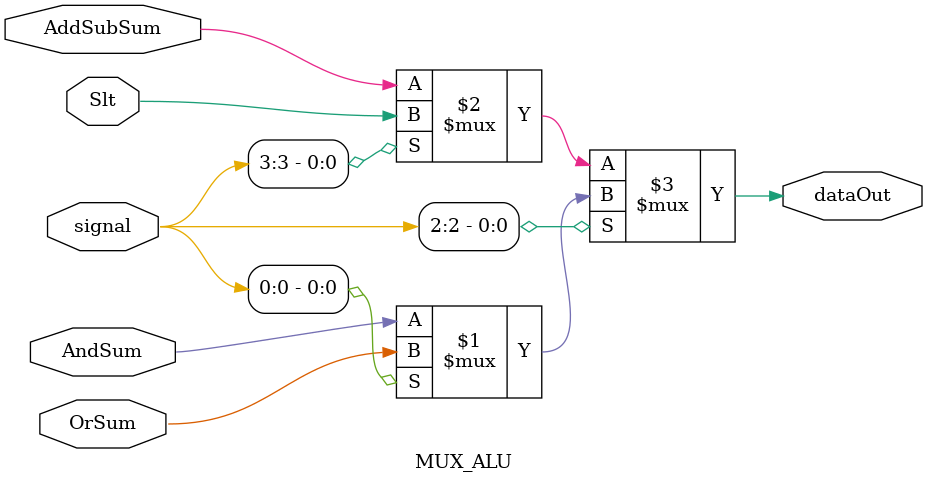
<source format=v>
`timescale 1ns/1ns
module  MUX_ALU( signal, OrSum, AndSum, AddSubSum, Slt, dataOut );

input [5:0] signal ;
input OrSum, AndSum, AddSubSum, Slt ;
output dataOut ;

parameter AND = 6'b100100;
parameter OR  = 6'b100101;
parameter ADD = 6'b100000;
parameter SUB = 6'b100010;
parameter SLT = 6'b101010;

assign dataOut = ( signal[2] ) ? ( ( signal[0] ) ? OrSum : AndSum ) : ( ( signal[3] ) ? Slt : AddSubSum ) ;

endmodule
</source>
